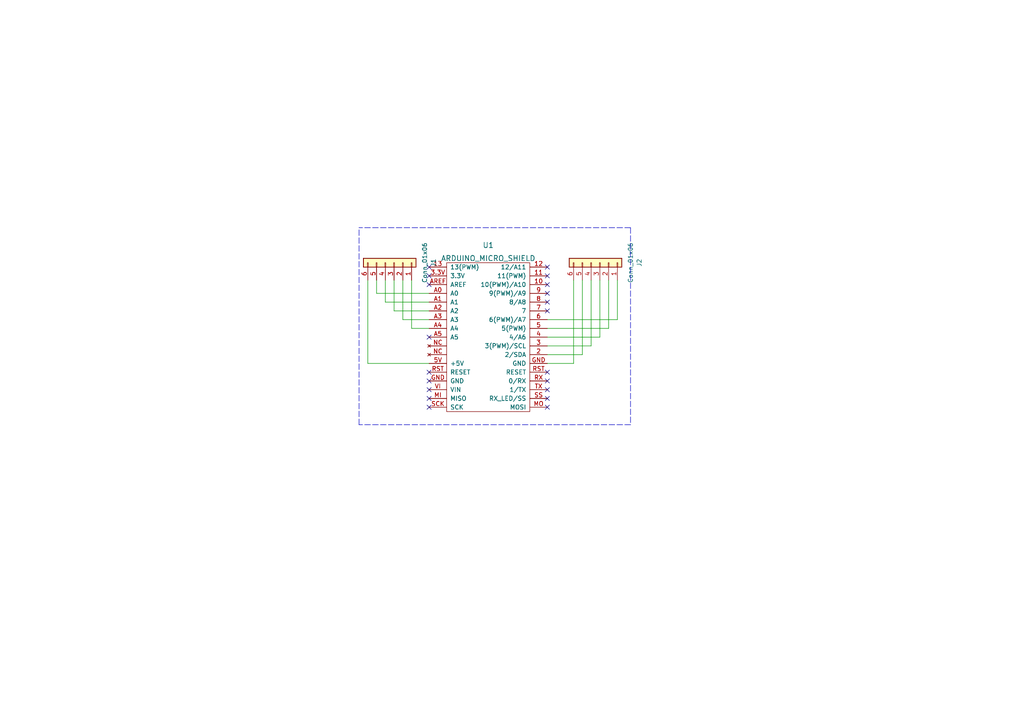
<source format=kicad_sch>
(kicad_sch (version 20211123) (generator eeschema)
  (paper "A4")
  (lib_symbols
    (symbol "Connector_Generic:Conn_01x06" (pin_names (offset 1.016) hide)
      (property "Reference" "J" (at 0 7.62 0))
      (property "Value" "Conn_01x06" (at 0 -10.16 0))
      (symbol "Conn_01x06_1_1"
        (rectangle (start -1.27 -7.493) (end 0 -7.747) (stroke (width 0.1524)))
        (rectangle (start -1.27 -4.953) (end 0 -5.207) (stroke (width 0.1524)))
        (rectangle (start -1.27 -2.413) (end 0 -2.667) (stroke (width 0.1524)))
        (rectangle (start -1.27 0.127) (end 0 -0.127) (stroke (width 0.1524)))
        (rectangle (start -1.27 2.667) (end 0 2.413) (stroke (width 0.1524)))
        (rectangle (start -1.27 5.207) (end 0 4.953) (stroke (width 0.1524)))
        (rectangle (start -1.27 6.35) (end 1.27 -8.89) (stroke (width 0.254)) (fill (type background)))
        (pin passive line (at -5.08 5.08 0) (length 3.81) (name "Pin_1") (number "1"))
        (pin passive line (at -5.08 2.54 0) (length 3.81) (name "Pin_2") (number "2"))
        (pin passive line (at -5.08 0 0) (length 3.81) (name "Pin_3") (number "3"))
        (pin passive line (at -5.08 -2.54 0) (length 3.81) (name "Pin_4") (number "4"))
        (pin passive line (at -5.08 -5.08 0) (length 3.81) (name "Pin_5") (number "5"))
        (pin passive line (at -5.08 -7.62 0) (length 3.81) (name "Pin_6") (number "6"))
      )
    )
    (symbol "Creadas:ARDUINO_MICRO_SHIELD" (pin_names (offset 1.016))
      (property "Reference" "U" (at 44.45 10.16 0))
      (property "Value" "ARDUINO_MICRO_SHIELD" (at 21.59 15.24 0))
      (symbol "ARDUINO_MICRO_SHIELD_0_1"
        (rectangle (start 0 0) (end 43.18 24.13))
      )
      (symbol "ARDUINO_MICRO_SHIELD_1_1"
        (pin bidirectional line (at 36.83 -5.08 90) (length 5.08) (name "10(PWM)/A10") (number "10"))
        (pin bidirectional line (at 39.37 -5.08 90) (length 5.08) (name "11(PWM)") (number "11"))
        (pin bidirectional line (at 41.91 -5.08 90) (length 5.08) (name "12/A11") (number "12"))
        (pin bidirectional line (at 41.91 29.21 270) (length 5.08) (name "13(PWM)") (number "13"))
        (pin bidirectional line (at 16.51 -5.08 90) (length 5.08) (name "2/SDA") (number "2"))
        (pin bidirectional line (at 19.05 -5.08 90) (length 5.08) (name "3(PWM)/SCL") (number "3"))
        (pin power_in line (at 39.37 29.21 270) (length 5.08) (name "3.3V") (number "3.3V"))
        (pin bidirectional line (at 21.59 -5.08 90) (length 5.08) (name "4/A6") (number "4"))
        (pin bidirectional line (at 24.13 -5.08 90) (length 5.08) (name "5(PWM)") (number "5"))
        (pin power_in line (at 13.97 29.21 270) (length 5.08) (name "+5V") (number "5V"))
        (pin bidirectional line (at 26.67 -5.08 90) (length 5.08) (name "6(PWM)/A7") (number "6"))
        (pin bidirectional line (at 29.21 -5.08 90) (length 5.08) (name "7") (number "7"))
        (pin bidirectional line (at 31.75 -5.08 90) (length 5.08) (name "8/A8") (number "8"))
        (pin bidirectional line (at 34.29 -5.08 90) (length 5.08) (name "9(PWM)/A9") (number "9"))
        (pin bidirectional line (at 34.29 29.21 270) (length 5.08) (name "A0") (number "A0"))
        (pin bidirectional line (at 31.75 29.21 270) (length 5.08) (name "A1") (number "A1"))
        (pin bidirectional line (at 29.21 29.21 270) (length 5.08) (name "A2") (number "A2"))
        (pin bidirectional line (at 26.67 29.21 270) (length 5.08) (name "A3") (number "A3"))
        (pin bidirectional line (at 24.13 29.21 270) (length 5.08) (name "A4") (number "A4"))
        (pin bidirectional line (at 21.59 29.21 270) (length 5.08) (name "A5") (number "A5"))
        (pin power_in line (at 36.83 29.21 270) (length 5.08) (name "AREF") (number "AREF"))
        (pin power_in line (at 8.89 29.21 270) (length 5.08) (name "GND") (number "GND"))
        (pin power_in line (at 13.97 -5.08 90) (length 5.08) (name "GND") (number "GND"))
        (pin bidirectional line (at 3.81 29.21 270) (length 5.08) (name "MISO") (number "MI"))
        (pin bidirectional line (at 1.27 -5.08 90) (length 5.08) (name "MOSI") (number "MO"))
        (pin no_connect line (at 16.51 29.21 270) (length 5.08) (name "~") (number "NC"))
        (pin no_connect line (at 19.05 29.21 270) (length 5.08) (name "~") (number "NC"))
        (pin bidirectional line (at 11.43 -5.08 90) (length 5.08) (name "RESET") (number "RST"))
        (pin bidirectional line (at 11.43 29.21 270) (length 5.08) (name "RESET") (number "RST"))
        (pin bidirectional line (at 8.89 -5.08 90) (length 5.08) (name "0/RX") (number "RX"))
        (pin bidirectional line (at 1.27 29.21 270) (length 5.08) (name "SCK") (number "SCK"))
        (pin bidirectional line (at 3.81 -5.08 90) (length 5.08) (name "RX_LED/SS") (number "SS"))
        (pin bidirectional line (at 6.35 -5.08 90) (length 5.08) (name "1/TX") (number "TX"))
        (pin power_in line (at 6.35 29.21 270) (length 5.08) (name "VIN") (number "VI"))
      )
    )
  )
  (no_connect (at 158.75 113.03))
  (no_connect (at 158.75 82.55))
  (no_connect (at 124.46 118.11))
  (no_connect (at 124.46 107.95))
  (no_connect (at 124.46 113.03))
  (no_connect (at 124.46 80.01))
  (no_connect (at 158.75 107.95))
  (no_connect (at 124.46 110.49))
  (no_connect (at 124.46 77.47))
  (no_connect (at 158.75 85.09))
  (no_connect (at 124.46 82.55))
  (no_connect (at 158.75 77.47))
  (no_connect (at 158.75 87.63))
  (no_connect (at 158.75 118.11))
  (no_connect (at 158.75 90.17))
  (no_connect (at 158.75 115.57))
  (no_connect (at 158.75 110.49))
  (no_connect (at 124.46 97.79))
  (no_connect (at 158.75 80.01))
  (no_connect (at 124.46 115.57))
  (wire (pts (xy 119.38 95.25) (xy 124.46 95.25)))
  (wire (pts (xy 179.07 92.71) (xy 158.75 92.71)))
  (wire (pts (xy 166.37 105.41) (xy 158.75 105.41)))
  (polyline (pts (xy 182.88 123.19) (xy 104.14 123.19)))
  (polyline (pts (xy 182.88 66.04) (xy 182.88 123.19)))
  (wire (pts (xy 116.84 92.71) (xy 124.46 92.71)))
  (wire (pts (xy 124.46 85.09) (xy 109.22 85.09)))
  (wire (pts (xy 173.99 81.28) (xy 173.99 97.79)))
  (wire (pts (xy 109.22 81.28) (xy 109.22 85.09)))
  (wire (pts (xy 166.37 81.28) (xy 166.37 105.41)))
  (wire (pts (xy 158.75 102.87) (xy 168.91 102.87)))
  (wire (pts (xy 171.45 100.33) (xy 158.75 100.33)))
  (wire (pts (xy 124.46 87.63) (xy 111.76 87.63)))
  (wire (pts (xy 179.07 81.28) (xy 179.07 92.71)))
  (polyline (pts (xy 104.14 123.19) (xy 104.14 66.04)))
  (wire (pts (xy 114.3 90.17) (xy 124.46 90.17)))
  (wire (pts (xy 111.76 81.28) (xy 111.76 87.63)))
  (polyline (pts (xy 182.88 66.04) (xy 104.14 66.04)))
  (wire (pts (xy 168.91 81.28) (xy 168.91 102.87)))
  (wire (pts (xy 106.68 105.41) (xy 124.46 105.41)))
  (wire (pts (xy 106.68 105.41) (xy 106.68 81.28)))
  (wire (pts (xy 173.99 97.79) (xy 158.75 97.79)))
  (wire (pts (xy 176.53 81.28) (xy 176.53 95.25)))
  (wire (pts (xy 176.53 95.25) (xy 158.75 95.25)))
  (wire (pts (xy 114.3 81.28) (xy 114.3 90.17)))
  (wire (pts (xy 116.84 81.28) (xy 116.84 92.71)))
  (wire (pts (xy 171.45 81.28) (xy 171.45 100.33)))
  (wire (pts (xy 119.38 81.28) (xy 119.38 95.25)))
  (symbol (lib_id "Creadas:ARDUINO_MICRO_SHIELD") (at 153.67 119.38 90) (unit 1)
    (property "Reference" "U1" (at 141.605 71.12 90) (effects (font (size 1.524 1.524))))
    (property "Value" "ARDUINO_MICRO_SHIELD" (at 141.605 74.93 90) (effects (font (size 1.524 1.524))))
    (property "Footprint" "Creadas:ARDUINO_MICRO_SHIELD" (effects hide))
  )
  (symbol (lib_id "Connector_Generic:Conn_01x06") (at 114.3 76.2 270) (mirror x) (unit 1)
    (property "Reference" "J1" (at 125.73 76.2 0))
    (property "Value" "Conn_01x06" (at 123.19 76.2 0))
    (property "Footprint" "Creadas:PinHeader_1x06_P2.54mm_Vertical" (effects hide))
  )
  (symbol (lib_id "Connector_Generic:Conn_01x06") (at 173.99 76.2 270) (mirror x) (unit 1)
    (property "Reference" "J2" (at 185.42 76.2 0))
    (property "Value" "Conn_01x06" (at 182.88 76.2 0))
    (property "Footprint" "Creadas:PinHeader_1x06_P2.54mm_Vertical" (effects hide))
  )
)
</source>
